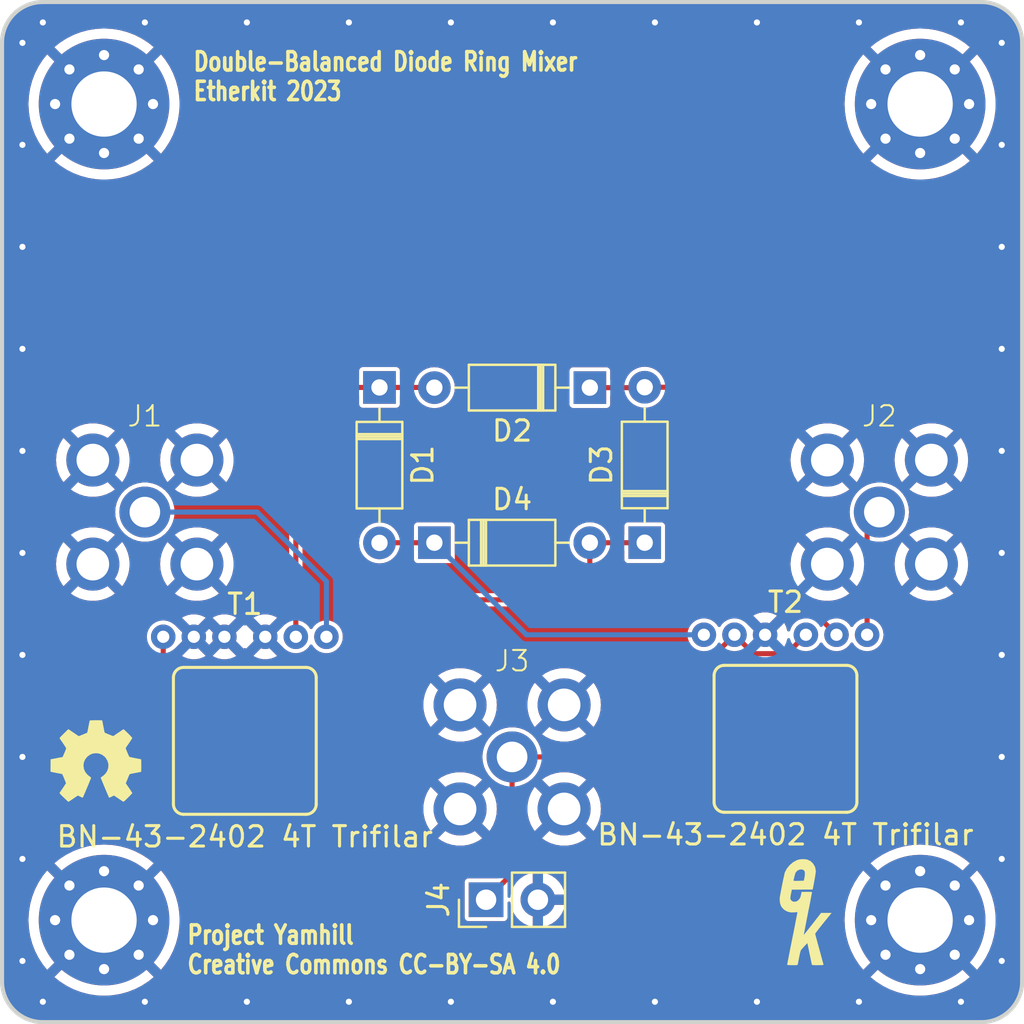
<source format=kicad_pcb>
(kicad_pcb (version 20221018) (generator pcbnew)
  (title_block (title "Project Yamhill") (rev "A") (company "Etherkit"))
  (layers (0 "F.Cu" signal) (31 "B.Cu" signal) (34 "B.Paste" user) (35 "F.Paste" user) (36 "B.SilkS" user "B.Silkscreen") (37 "F.SilkS" user "F.Silkscreen") (38 "B.Mask" user) (39 "F.Mask" user) (44 "Edge.Cuts" user))
  (net 0 "")
  (net 1 "Net-(D1-Pad1)")
  (net 2 "Net-(D1-Pad2)")
  (net 3 "Net-(D2-Pad1)")
  (net 4 "Net-(D3-Pad1)")
  (net 5 "GND")
  (net 6 "Net-(J1-In)")
  (net 7 "Net-(J2-In)")
  (net 8 "Net-(J3-In)")
  (footprint "Diode_THT:D_DO-35_SOD27_P7.62mm_Horizontal" (layer "F.Cu") (at 131.5 76.5 90)
    (fp_text reference "D3" (at 3.81 -2.12 90) (layer "F.SilkS"))
    (fp_text value "1N5711")
    (fp_line (start 1.04 0) (end 1.69 0) (stroke (width 0.12)) (layer "F.SilkS"))
    (fp_line (start 1.69 -1.12) (end 1.69 1.12) (stroke (width 0.12)) (layer "F.SilkS"))
    (fp_line (start 1.69 1.12) (end 5.93 1.12) (stroke (width 0.12)) (layer "F.SilkS"))
    (fp_line (start 2.29 -1.12) (end 2.29 1.12) (stroke (width 0.12)) (layer "F.SilkS"))
    (fp_line (start 2.41 -1.12) (end 2.41 1.12) (stroke (width 0.12)) (layer "F.SilkS"))
    (fp_line (start 2.53 -1.12) (end 2.53 1.12) (stroke (width 0.12)) (layer "F.SilkS"))
    (fp_line (start 5.93 -1.12) (end 1.69 -1.12) (stroke (width 0.12)) (layer "F.SilkS"))
    (fp_line (start 5.93 1.12) (end 5.93 -1.12) (stroke (width 0.12)) (layer "F.SilkS"))
    (fp_line (start 6.58 0) (end 5.93 0) (stroke (width 0.12)) (layer "F.SilkS"))
    (pad "1" thru_hole rect (at 0 0 90) (size 1.6 1.6) (drill 0.8) (layers "*.Cu" "*.Mask") (net 4 "Net-(D3-Pad1)"))
    (pad "2" thru_hole oval (at 7.62 0 90) (size 1.6 1.6) (drill 0.8) (layers "*.Cu" "*.Mask") (net 3 "Net-(D2-Pad1)"))
  )
  (footprint "Diode_THT:D_DO-35_SOD27_P7.62mm_Horizontal" (layer "F.Cu") (at 128.81 68.9 180)
    (fp_text reference "D2" (at 3.81 -2.12) (layer "F.SilkS"))
    (fp_text value "1N5711")
    (fp_line (start 1.04 0) (end 1.69 0) (stroke (width 0.12)) (layer "F.SilkS"))
    (fp_line (start 1.69 -1.12) (end 1.69 1.12) (stroke (width 0.12)) (layer "F.SilkS"))
    (fp_line (start 1.69 1.12) (end 5.93 1.12) (stroke (width 0.12)) (layer "F.SilkS"))
    (fp_line (start 2.29 -1.12) (end 2.29 1.12) (stroke (width 0.12)) (layer "F.SilkS"))
    (fp_line (start 2.41 -1.12) (end 2.41 1.12) (stroke (width 0.12)) (layer "F.SilkS"))
    (fp_line (start 2.53 -1.12) (end 2.53 1.12) (stroke (width 0.12)) (layer "F.SilkS"))
    (fp_line (start 5.93 -1.12) (end 1.69 -1.12) (stroke (width 0.12)) (layer "F.SilkS"))
    (fp_line (start 5.93 1.12) (end 5.93 -1.12) (stroke (width 0.12)) (layer "F.SilkS"))
    (fp_line (start 6.58 0) (end 5.93 0) (stroke (width 0.12)) (layer "F.SilkS"))
    (pad "1" thru_hole rect (at 0 0 180) (size 1.6 1.6) (drill 0.8) (layers "*.Cu" "*.Mask") (net 3 "Net-(D2-Pad1)"))
    (pad "2" thru_hole oval (at 7.62 0 180) (size 1.6 1.6) (drill 0.8) (layers "*.Cu" "*.Mask") (net 1 "Net-(D1-Pad1)"))
  )
  (footprint "EtherkitKicadLibrary:SMA_Jack_Vertical" (layer "F.Cu") (at 107 75)
    (fp_text reference "J1" (at 0 -4.7 unlocked) (layer "F.SilkS") (effects (font (thickness 0.1))))
    (fp_text value "LO" hide)
    (pad "1" thru_hole circle (at 0 0) (size 2.5 2.5) (drill 1.5) (layers "*.Cu" "*.Mask") (net 6 "Net-(J1-In)"))
    (pad "2" thru_hole circle (at -2.55 -2.55) (size 2.6 2.6) (drill 1.6) (layers "*.Cu" "*.Mask") (net 5 "GND"))
    (pad "2" thru_hole circle (at -2.55 2.55) (size 2.6 2.6) (drill 1.6) (layers "*.Cu" "*.Mask") (net 5 "GND"))
    (pad "2" thru_hole circle (at 2.55 -2.55) (size 2.6 2.6) (drill 1.6) (layers "*.Cu" "*.Mask") (net 5 "GND"))
    (pad "2" thru_hole circle (at 2.55 2.55) (size 2.6 2.6) (drill 1.6) (layers "*.Cu" "*.Mask") (net 5 "GND"))
  )
  (footprint "EtherkitKicadLibrary:OSHWLogo4mm" (layer "F.Cu") (at 104.6 87.2)
    (fp_text reference "G***" hide)
    (fp_text value "LOGO" hide)
    (fp_poly (pts (xy -1.34874 1.99898) (xy -1.32588 1.98628) (xy -1.27254 1.95326) (xy -1.19888 1.905) (xy -1.10998 1.84658) (xy -1.02362 1.78562) (xy -0.94996 1.73736) (xy -0.89916 1.70434) (xy -0.87884 1.69418) (xy -0.86614 1.69672) (xy -0.8255 1.71704) (xy -0.76454 1.75006) (xy -0.72898 1.76784) (xy -0.6731 1.7907) (xy -0.64516 1.79578) (xy -0.64008 1.78816) (xy -0.61976 1.74752) (xy -0.58928 1.67386) (xy -0.5461 1.57734) (xy -0.49784 1.46304) (xy -0.44704 1.34112) (xy -0.3937 1.2192) (xy -0.34544 1.09982) (xy -0.30226 0.99314) (xy -0.2667 0.90678) (xy -0.24384 0.84582) (xy -0.23622 0.82042) (xy -0.23876 0.81534) (xy -0.2667 0.7874) (xy -0.31496 0.75184) (xy -0.4191 0.66548) (xy -0.52324 0.53594) (xy -0.58674 0.38862) (xy -0.6096 0.22352) (xy -0.59182 0.07366) (xy -0.53086 -0.07112) (xy -0.42926 -0.2032) (xy -0.3048 -0.29972) (xy -0.16256 -0.36322) (xy 0 -0.38354) (xy 0.15494 -0.36576) (xy 0.30226 -0.30734) (xy 0.43434 -0.20574) (xy 0.49022 -0.14224) (xy 0.56642 -0.01016) (xy 0.6096 0.13208) (xy 0.61468 0.16764) (xy 0.60706 0.32512) (xy 0.56134 0.47498) (xy 0.48006 0.60706) (xy 0.36576 0.71882) (xy 0.35052 0.72898) (xy 0.29718 0.76708) (xy 0.26162 0.79502) (xy 0.23368 0.81788) (xy 0.4318 1.29794) (xy 0.46482 1.37414) (xy 0.51816 1.50368) (xy 0.56642 1.61798) (xy 0.60706 1.70688) (xy 0.63246 1.76784) (xy 0.64516 1.7907) (xy 0.64516 1.79324) (xy 0.66294 1.79578) (xy 0.6985 1.78308) (xy 0.76708 1.75006) (xy 0.81026 1.7272) (xy 0.86106 1.7018) (xy 0.88392 1.69418) (xy 0.90424 1.70434) (xy 0.9525 1.73482) (xy 1.02362 1.78308) (xy 1.10998 1.8415) (xy 1.19126 1.89738) (xy 1.26492 1.94564) (xy 1.3208 1.9812) (xy 1.3462 1.99644) (xy 1.35128 1.99644) (xy 1.37414 1.98374) (xy 1.41732 1.94564) (xy 1.48336 1.88468) (xy 1.5748 1.79324) (xy 1.59004 1.78054) (xy 1.66624 1.7018) (xy 1.7272 1.6383) (xy 1.76784 1.59258) (xy 1.78308 1.56972) (xy 1.77038 1.54432) (xy 1.73482 1.49098) (xy 1.68656 1.41478) (xy 1.6256 1.32588) (xy 1.46558 1.09474) (xy 1.55448 0.8763) (xy 1.57988 0.81026) (xy 1.61544 0.72898) (xy 1.64084 0.6731) (xy 1.65354 0.6477) (xy 1.6764 0.63754) (xy 1.73482 0.62484) (xy 1.82118 0.60706) (xy 1.92532 0.58674) (xy 2.02438 0.56896) (xy 2.11074 0.55118) (xy 2.17678 0.53848) (xy 2.20472 0.5334) (xy 2.21234 0.53086) (xy 2.21742 0.51562) (xy 2.21996 0.48514) (xy 2.2225 0.4318) (xy 2.22504 0.34798) (xy 2.22504 0.22352) (xy 2.22504 0.21082) (xy 2.2225 0.09398) (xy 2.2225 0) (xy 2.21742 -0.05842) (xy 2.21488 -0.08382) (xy 2.18694 -0.0889) (xy 2.12344 -0.10414) (xy 2.03454 -0.11938) (xy 1.9304 -0.1397) (xy 1.92278 -0.14224) (xy 1.81864 -0.16256) (xy 1.72974 -0.18034) (xy 1.66878 -0.19558) (xy 1.64084 -0.2032) (xy 1.63576 -0.21082) (xy 1.61544 -0.25146) (xy 1.58496 -0.3175) (xy 1.5494 -0.39624) (xy 1.51638 -0.48006) (xy 1.4859 -0.55372) (xy 1.46558 -0.6096) (xy 1.4605 -0.635) (xy 1.47574 -0.6604) (xy 1.5113 -0.71374) (xy 1.5621 -0.78994) (xy 1.6256 -0.87884) (xy 1.62814 -0.88646) (xy 1.6891 -0.97536) (xy 1.7399 -1.05156) (xy 1.77038 -1.1049) (xy 1.78308 -1.12776) (xy 1.78308 -1.1303) (xy 1.76276 -1.1557) (xy 1.71704 -1.2065) (xy 1.65354 -1.27508) (xy 1.5748 -1.35382) (xy 1.5494 -1.37922) (xy 1.46304 -1.46304) (xy 1.40462 -1.51892) (xy 1.36652 -1.54686) (xy 1.34874 -1.55448) (xy 1.3208 -1.5367) (xy 1.26492 -1.50114) (xy 1.18872 -1.4478) (xy 1.09728 -1.38684) (xy 1.0922 -1.3843) (xy 1.0033 -1.32334) (xy 0.92964 -1.27254) (xy 0.8763 -1.23698) (xy 0.85344 -1.22428) (xy 0.84836 -1.22428) (xy 0.8128 -1.23444) (xy 0.7493 -1.2573) (xy 0.6731 -1.28778) (xy 0.58928 -1.3208) (xy 0.51562 -1.35128) (xy 0.45974 -1.37668) (xy 0.4318 -1.39192) (xy 0.4318 -1.39446) (xy 0.42164 -1.42494) (xy 0.4064 -1.49098) (xy 0.38862 -1.58242) (xy 0.3683 -1.69164) (xy 0.36322 -1.70942) (xy 0.3429 -1.8161) (xy 0.32766 -1.90246) (xy 0.31496 -1.96342) (xy 0.30734 -1.98882) (xy 0.2921 -1.99136) (xy 0.2413 -1.99644) (xy 0.16256 -1.99898) (xy 0.06604 -1.99898) (xy -0.03302 -1.99898) (xy -0.13208 -1.99644) (xy -0.2159 -1.9939) (xy -0.27432 -1.98882) (xy -0.29972 -1.98374) (xy -0.30226 -1.98374) (xy -0.30988 -1.95072) (xy -0.32512 -1.88468) (xy -0.3429 -1.7907) (xy -0.36576 -1.68148) (xy -0.3683 -1.6637) (xy -0.38862 -1.55702) (xy -0.4064 -1.47066) (xy -0.4191 -1.4097) (xy -0.42672 -1.38684) (xy -0.43434 -1.38176) (xy -0.48006 -1.36398) (xy -0.55118 -1.3335) (xy -0.63754 -1.29794) (xy -0.84074 -1.21666) (xy -1.0922 -1.38684) (xy -1.11506 -1.40208) (xy -1.20396 -1.46304) (xy -1.27762 -1.51384) (xy -1.32842 -1.54686) (xy -1.35128 -1.55702) (xy -1.37668 -1.53416) (xy -1.42748 -1.48844) (xy -1.49352 -1.4224) (xy -1.57226 -1.34366) (xy -1.63068 -1.28778) (xy -1.69926 -1.21666) (xy -1.74498 -1.1684) (xy -1.76784 -1.13792) (xy -1.77546 -1.12014) (xy -1.77292 -1.10744) (xy -1.75768 -1.08204) (xy -1.72212 -1.0287) (xy -1.66878 -0.9525) (xy -1.60782 -0.8636) (xy -1.55956 -0.78994) (xy -1.50368 -0.70612) (xy -1.46812 -0.64516) (xy -1.45796 -0.61722) (xy -1.4605 -0.60452) (xy -1.47828 -0.55626) (xy -1.50622 -0.4826) (xy -1.54432 -0.3937) (xy -1.63068 -0.19558) (xy -1.76022 -0.17018) (xy -1.83896 -0.15748) (xy -1.95072 -0.13462) (xy -2.05486 -0.1143) (xy -2.21996 -0.08382) (xy -2.22504 0.51816) (xy -2.19964 0.52832) (xy -2.17424 0.53594) (xy -2.11328 0.54864) (xy -2.02692 0.56642) (xy -1.92532 0.58674) (xy -1.83896 0.60198) (xy -1.75006 0.61976) (xy -1.68656 0.63246) (xy -1.65862 0.63754) (xy -1.651 0.6477) (xy -1.63068 0.68834) (xy -1.59766 0.75692) (xy -1.56464 0.8382) (xy -1.52908 0.92202) (xy -1.4986 1.00076) (xy -1.47574 1.05918) (xy -1.46812 1.0922) (xy -1.48082 1.11506) (xy -1.51384 1.16586) (xy -1.5621 1.23952) (xy -1.62052 1.32588) (xy -1.68148 1.41478) (xy -1.73228 1.48844) (xy -1.7653 1.54178) (xy -1.78054 1.56718) (xy -1.77292 1.58496) (xy -1.7399 1.6256) (xy -1.67386 1.69418) (xy -1.5748 1.7907) (xy -1.55956 1.80594) (xy -1.48082 1.88214) (xy -1.41478 1.9431) (xy -1.36906 1.98374) (xy -1.34874 1.99898)) (stroke (width 0.00254)) (fill solid) (layer "F.SilkS"))
  )
  (footprint "MountingHole:MountingHole_3.2mm_M3_Pad_Via" (layer "F.Cu") (at 105 55)
    (fp_text reference "H1" hide)
    (fp_text value "MountingHole_Pad" hide)
    (pad "1" thru_hole circle (at -2.4 0) (size 0.8 0.8) (drill 0.5) (layers "*.Cu" "*.Mask") (net 5 "GND"))
    (pad "1" thru_hole circle (at -1.697056 -1.697056) (size 0.8 0.8) (drill 0.5) (layers "*.Cu" "*.Mask") (net 5 "GND"))
    (pad "1" thru_hole circle (at -1.697056 1.697056) (size 0.8 0.8) (drill 0.5) (layers "*.Cu" "*.Mask") (net 5 "GND"))
    (pad "1" thru_hole circle (at 0 -2.4) (size 0.8 0.8) (drill 0.5) (layers "*.Cu" "*.Mask") (net 5 "GND"))
    (pad "1" thru_hole circle (at 0 0) (size 6.4 6.4) (drill 3.2) (layers "*.Cu" "*.Mask") (net 5 "GND"))
    (pad "1" thru_hole circle (at 0 2.4) (size 0.8 0.8) (drill 0.5) (layers "*.Cu" "*.Mask") (net 5 "GND"))
    (pad "1" thru_hole circle (at 1.697056 -1.697056) (size 0.8 0.8) (drill 0.5) (layers "*.Cu" "*.Mask") (net 5 "GND"))
    (pad "1" thru_hole circle (at 1.697056 1.697056) (size 0.8 0.8) (drill 0.5) (layers "*.Cu" "*.Mask") (net 5 "GND"))
    (pad "1" thru_hole circle (at 2.4 0) (size 0.8 0.8) (drill 0.5) (layers "*.Cu" "*.Mask") (net 5 "GND"))
  )
  (footprint "Diode_THT:D_DO-35_SOD27_P7.62mm_Horizontal" (layer "F.Cu") (at 121.19 76.5)
    (fp_text reference "D4" (at 3.81 -2.12) (layer "F.SilkS"))
    (fp_text value "1N5711")
    (fp_line (start 1.04 0) (end 1.69 0) (stroke (width 0.12)) (layer "F.SilkS"))
    (fp_line (start 1.69 -1.12) (end 1.69 1.12) (stroke (width 0.12)) (layer "F.SilkS"))
    (fp_line (start 1.69 1.12) (end 5.93 1.12) (stroke (width 0.12)) (layer "F.SilkS"))
    (fp_line (start 2.29 -1.12) (end 2.29 1.12) (stroke (width 0.12)) (layer "F.SilkS"))
    (fp_line (start 2.41 -1.12) (end 2.41 1.12) (stroke (width 0.12)) (layer "F.SilkS"))
    (fp_line (start 2.53 -1.12) (end 2.53 1.12) (stroke (width 0.12)) (layer "F.SilkS"))
    (fp_line (start 5.93 -1.12) (end 1.69 -1.12) (stroke (width 0.12)) (layer "F.SilkS"))
    (fp_line (start 5.93 1.12) (end 5.93 -1.12) (stroke (width 0.12)) (layer "F.SilkS"))
    (fp_line (start 6.58 0) (end 5.93 0) (stroke (width 0.12)) (layer "F.SilkS"))
    (pad "1" thru_hole rect (at 0 0) (size 1.6 1.6) (drill 0.8) (layers "*.Cu" "*.Mask") (net 2 "Net-(D1-Pad2)"))
    (pad "2" thru_hole oval (at 7.62 0) (size 1.6 1.6) (drill 0.8) (layers "*.Cu" "*.Mask") (net 4 "Net-(D3-Pad1)"))
  )
  (footprint "MountingHole:MountingHole_3.2mm_M3_Pad_Via" (layer "F.Cu") (at 145 55)
    (fp_text reference "H2" hide)
    (fp_text value "MountingHole_Pad" hide)
    (pad "1" thru_hole circle (at -2.4 0) (size 0.8 0.8) (drill 0.5) (layers "*.Cu" "*.Mask") (net 5 "GND"))
    (pad "1" thru_hole circle (at -1.697056 -1.697056) (size 0.8 0.8) (drill 0.5) (layers "*.Cu" "*.Mask") (net 5 "GND"))
    (pad "1" thru_hole circle (at -1.697056 1.697056) (size 0.8 0.8) (drill 0.5) (layers "*.Cu" "*.Mask") (net 5 "GND"))
    (pad "1" thru_hole circle (at 0 -2.4) (size 0.8 0.8) (drill 0.5) (layers "*.Cu" "*.Mask") (net 5 "GND"))
    (pad "1" thru_hole circle (at 0 0) (size 6.4 6.4) (drill 3.2) (layers "*.Cu" "*.Mask") (net 5 "GND"))
    (pad "1" thru_hole circle (at 0 2.4) (size 0.8 0.8) (drill 0.5) (layers "*.Cu" "*.Mask") (net 5 "GND"))
    (pad "1" thru_hole circle (at 1.697056 -1.697056) (size 0.8 0.8) (drill 0.5) (layers "*.Cu" "*.Mask") (net 5 "GND"))
    (pad "1" thru_hole circle (at 1.697056 1.697056) (size 0.8 0.8) (drill 0.5) (layers "*.Cu" "*.Mask") (net 5 "GND"))
    (pad "1" thru_hole circle (at 2.4 0) (size 0.8 0.8) (drill 0.5) (layers "*.Cu" "*.Mask") (net 5 "GND"))
  )
  (footprint "EtherkitKicadLibrary:SMA_Jack_Vertical" (layer "F.Cu") (at 143 75)
    (fp_text reference "J2" (at 0 -4.7 unlocked) (layer "F.SilkS") (effects (font (thickness 0.1))))
    (fp_text value "RF" hide)
    (pad "1" thru_hole circle (at 0 0) (size 2.5 2.5) (drill 1.5) (layers "*.Cu" "*.Mask") (net 7 "Net-(J2-In)"))
    (pad "2" thru_hole circle (at -2.55 -2.55) (size 2.6 2.6) (drill 1.6) (layers "*.Cu" "*.Mask") (net 5 "GND"))
    (pad "2" thru_hole circle (at -2.55 2.55) (size 2.6 2.6) (drill 1.6) (layers "*.Cu" "*.Mask") (net 5 "GND"))
    (pad "2" thru_hole circle (at 2.55 -2.55) (size 2.6 2.6) (drill 1.6) (layers "*.Cu" "*.Mask") (net 5 "GND"))
    (pad "2" thru_hole circle (at 2.55 2.55) (size 2.6 2.6) (drill 1.6) (layers "*.Cu" "*.Mask") (net 5 "GND"))
  )
  (footprint "MountingHole:MountingHole_3.2mm_M3_Pad_Via" (layer "F.Cu") (at 145 95)
    (fp_text reference "H4" hide)
    (fp_text value "MountingHole_Pad" hide)
    (pad "1" thru_hole circle (at -2.4 0) (size 0.8 0.8) (drill 0.5) (layers "*.Cu" "*.Mask") (net 5 "GND"))
    (pad "1" thru_hole circle (at -1.697056 -1.697056) (size 0.8 0.8) (drill 0.5) (layers "*.Cu" "*.Mask") (net 5 "GND"))
    (pad "1" thru_hole circle (at -1.697056 1.697056) (size 0.8 0.8) (drill 0.5) (layers "*.Cu" "*.Mask") (net 5 "GND"))
    (pad "1" thru_hole circle (at 0 -2.4) (size 0.8 0.8) (drill 0.5) (layers "*.Cu" "*.Mask") (net 5 "GND"))
    (pad "1" thru_hole circle (at 0 0) (size 6.4 6.4) (drill 3.2) (layers "*.Cu" "*.Mask") (net 5 "GND"))
    (pad "1" thru_hole circle (at 0 2.4) (size 0.8 0.8) (drill 0.5) (layers "*.Cu" "*.Mask") (net 5 "GND"))
    (pad "1" thru_hole circle (at 1.697056 -1.697056) (size 0.8 0.8) (drill 0.5) (layers "*.Cu" "*.Mask") (net 5 "GND"))
    (pad "1" thru_hole circle (at 1.697056 1.697056) (size 0.8 0.8) (drill 0.5) (layers "*.Cu" "*.Mask") (net 5 "GND"))
    (pad "1" thru_hole circle (at 2.4 0) (size 0.8 0.8) (drill 0.5) (layers "*.Cu" "*.Mask") (net 5 "GND"))
  )
  (footprint "MountingHole:MountingHole_3.2mm_M3_Pad_Via" (layer "F.Cu") (at 105 95)
    (fp_text reference "H3" hide)
    (fp_text value "MountingHole_Pad" hide)
    (pad "1" thru_hole circle (at -2.4 0) (size 0.8 0.8) (drill 0.5) (layers "*.Cu" "*.Mask") (net 5 "GND"))
    (pad "1" thru_hole circle (at -1.697056 -1.697056) (size 0.8 0.8) (drill 0.5) (layers "*.Cu" "*.Mask") (net 5 "GND"))
    (pad "1" thru_hole circle (at -1.697056 1.697056) (size 0.8 0.8) (drill 0.5) (layers "*.Cu" "*.Mask") (net 5 "GND"))
    (pad "1" thru_hole circle (at 0 -2.4) (size 0.8 0.8) (drill 0.5) (layers "*.Cu" "*.Mask") (net 5 "GND"))
    (pad "1" thru_hole circle (at 0 0) (size 6.4 6.4) (drill 3.2) (layers "*.Cu" "*.Mask") (net 5 "GND"))
    (pad "1" thru_hole circle (at 0 2.4) (size 0.8 0.8) (drill 0.5) (layers "*.Cu" "*.Mask") (net 5 "GND"))
    (pad "1" thru_hole circle (at 1.697056 -1.697056) (size 0.8 0.8) (drill 0.5) (layers "*.Cu" "*.Mask") (net 5 "GND"))
    (pad "1" thru_hole circle (at 1.697056 1.697056) (size 0.8 0.8) (drill 0.5) (layers "*.Cu" "*.Mask") (net 5 "GND"))
    (pad "1" thru_hole circle (at 2.4 0) (size 0.8 0.8) (drill 0.5) (layers "*.Cu" "*.Mask") (net 5 "GND"))
  )
  (footprint "EtherkitKicadLibrary:BN2402_TRIFILAR" (layer "F.Cu") (at 111.9 81.1125 180)
    (fp_text reference "T1" (at 0 1.6) (layer "F.SilkS"))
    (fp_text value "BN-43-2402 4T Trifilar" (at 0 -9.8) (layer "F.SilkS"))
    (fp_line (start -3.5 -2) (end -3.5 -8.2) (stroke (width 0.15)) (layer "F.SilkS"))
    (fp_line (start -3 -1.5) (end 3 -1.5) (stroke (width 0.15)) (layer "F.SilkS"))
    (fp_line (start 3 -8.7) (end -3 -8.7) (stroke (width 0.15)) (layer "F.SilkS"))
    (fp_line (start 3.5 -2) (end 3.5 -8.2) (stroke (width 0.15)) (layer "F.SilkS"))
    (fp_arc (start -3.5 -8.2) (mid -3.353553 -8.553553) (end -3 -8.7) (stroke (width 0.15)) (layer "F.SilkS"))
    (fp_arc (start -3 -1.5) (mid -3.353553 -1.646447) (end -3.5 -2) (stroke (width 0.15)) (layer "F.SilkS"))
    (fp_arc (start 3 -8.7) (mid 3.353553 -8.553553) (end 3.5 -8.2) (stroke (width 0.15)) (layer "F.SilkS"))
    (fp_arc (start 3.5 -2) (mid 3.353553 -1.646447) (end 3 -1.5) (stroke (width 0.15)) (layer "F.SilkS"))
    (pad "1" thru_hole circle (at -4 0 180) (size 1.2 1.2) (drill 0.6) (layers "*.Cu" "*.Mask") (net 6 "Net-(J1-In)"))
    (pad "2" thru_hole circle (at 1 0 180) (size 1.2 1.2) (drill 0.6) (layers "*.Cu" "*.Mask") (net 5 "GND"))
    (pad "3" thru_hole circle (at -2.5 0 180) (size 1.2 1.2) (drill 0.6) (layers "*.Cu" "*.Mask") (net 1 "Net-(D1-Pad1)"))
    (pad "4" thru_hole circle (at 2.5 0 180) (size 1.2 1.2) (drill 0.6) (layers "*.Cu" "*.Mask") (net 5 "GND"))
    (pad "5" thru_hole circle (at -1 0 180) (size 1.2 1.2) (drill 0.6) (layers "*.Cu" "*.Mask") (net 5 "GND"))
    (pad "6" thru_hole circle (at 4 0 180) (size 1.2 1.2) (drill 0.6) (layers "*.Cu" "*.Mask") (net 4 "Net-(D3-Pad1)"))
  )
  (footprint "Diode_THT:D_DO-35_SOD27_P7.62mm_Horizontal" (layer "F.Cu") (at 118.5 68.89 -90)
    (fp_text reference "D1" (at 3.81 -2.12 90) (layer "F.SilkS"))
    (fp_text value "1N5711")
    (fp_line (start 1.04 0) (end 1.69 0) (stroke (width 0.12)) (layer "F.SilkS"))
    (fp_line (start 1.69 -1.12) (end 1.69 1.12) (stroke (width 0.12)) (layer "F.SilkS"))
    (fp_line (start 1.69 1.12) (end 5.93 1.12) (stroke (width 0.12)) (layer "F.SilkS"))
    (fp_line (start 2.29 -1.12) (end 2.29 1.12) (stroke (width 0.12)) (layer "F.SilkS"))
    (fp_line (start 2.41 -1.12) (end 2.41 1.12) (stroke (width 0.12)) (layer "F.SilkS"))
    (fp_line (start 2.53 -1.12) (end 2.53 1.12) (stroke (width 0.12)) (layer "F.SilkS"))
    (fp_line (start 5.93 -1.12) (end 1.69 -1.12) (stroke (width 0.12)) (layer "F.SilkS"))
    (fp_line (start 5.93 1.12) (end 5.93 -1.12) (stroke (width 0.12)) (layer "F.SilkS"))
    (fp_line (start 6.58 0) (end 5.93 0) (stroke (width 0.12)) (layer "F.SilkS"))
    (pad "1" thru_hole rect (at 0 0 270) (size 1.6 1.6) (drill 0.8) (layers "*.Cu" "*.Mask") (net 1 "Net-(D1-Pad1)"))
    (pad "2" thru_hole oval (at 7.62 0 270) (size 1.6 1.6) (drill 0.8) (layers "*.Cu" "*.Mask") (net 2 "Net-(D1-Pad2)"))
  )
  (footprint "Connector_PinHeader_2.54mm:PinHeader_1x02_P2.54mm_Vertical" (layer "F.Cu") (at 123.725 94 90)
    (fp_text reference "J4" (at 0 -2.33 90) (layer "F.SilkS"))
    (fp_text value "IF")
    (fp_line (start -1.33 -1.33) (end 0 -1.33) (stroke (width 0.12)) (layer "F.SilkS"))
    (fp_line (start -1.33 0) (end -1.33 -1.33) (stroke (width 0.12)) (layer "F.SilkS"))
    (fp_line (start -1.33 1.27) (end -1.33 3.87) (stroke (width 0.12)) (layer "F.SilkS"))
    (fp_line (start -1.33 1.27) (end 1.33 1.27) (stroke (width 0.12)) (layer "F.SilkS"))
    (fp_line (start -1.33 3.87) (end 1.33 3.87) (stroke (width 0.12)) (layer "F.SilkS"))
    (fp_line (start 1.33 1.27) (end 1.33 3.87) (stroke (width 0.12)) (layer "F.SilkS"))
    (pad "1" thru_hole rect (at 0 0 90) (size 1.7 1.7) (drill 1) (layers "*.Cu" "*.Mask") (net 8 "Net-(J3-In)"))
    (pad "2" thru_hole oval (at 0 2.54 90) (size 1.7 1.7) (drill 1) (layers "*.Cu" "*.Mask") (net 5 "GND"))
  )
  (footprint "EtherkitKicadLibrary:BN2402_TRIFILAR" (layer "F.Cu") (at 138.4 81.0125 180)
    (fp_text reference "T2" (at 0 1.6) (layer "F.SilkS"))
    (fp_text value "BN-43-2402 4T Trifilar" (at 0 -9.8) (layer "F.SilkS"))
    (fp_line (start -3.5 -2) (end -3.5 -8.2) (stroke (width 0.15)) (layer "F.SilkS"))
    (fp_line (start -3 -1.5) (end 3 -1.5) (stroke (width 0.15)) (layer "F.SilkS"))
    (fp_line (start 3 -8.7) (end -3 -8.7) (stroke (width 0.15)) (layer "F.SilkS"))
    (fp_line (start 3.5 -2) (end 3.5 -8.2) (stroke (width 0.15)) (layer "F.SilkS"))
    (fp_arc (start -3.5 -8.2) (mid -3.353553 -8.553553) (end -3 -8.7) (stroke (width 0.15)) (layer "F.SilkS"))
    (fp_arc (start -3 -1.5) (mid -3.353553 -1.646447) (end -3.5 -2) (stroke (width 0.15)) (layer "F.SilkS"))
    (fp_arc (start 3 -8.7) (mid 3.353553 -8.553553) (end 3.5 -8.2) (stroke (width 0.15)) (layer "F.SilkS"))
    (fp_arc (start 3.5 -2) (mid 3.353553 -1.646447) (end 3 -1.5) (stroke (width 0.15)) (layer "F.SilkS"))
    (pad "1" thru_hole circle (at -4 0 180) (size 1.2 1.2) (drill 0.6) (layers "*.Cu" "*.Mask") (net 7 "Net-(J2-In)"))
    (pad "2" thru_hole circle (at 1 0 180) (size 1.2 1.2) (drill 0.6) (layers "*.Cu" "*.Mask") (net 5 "GND"))
    (pad "3" thru_hole circle (at -2.5 0 180) (size 1.2 1.2) (drill 0.6) (layers "*.Cu" "*.Mask") (net 3 "Net-(D2-Pad1)"))
    (pad "4" thru_hole circle (at 2.5 0 180) (size 1.2 1.2) (drill 0.6) (layers "*.Cu" "*.Mask") (net 8 "Net-(J3-In)"))
    (pad "5" thru_hole circle (at -1 0 180) (size 1.2 1.2) (drill 0.6) (layers "*.Cu" "*.Mask") (net 8 "Net-(J3-In)"))
    (pad "6" thru_hole circle (at 4 0 180) (size 1.2 1.2) (drill 0.6) (layers "*.Cu" "*.Mask") (net 2 "Net-(D1-Pad2)"))
  )
  (footprint "EtherkitKicadLibrary:SMA_Jack_Vertical" (layer "F.Cu") (at 125 87)
    (fp_text reference "J3" (at 0 -4.7 unlocked) (layer "F.SilkS") (effects (font (thickness 0.1))))
    (fp_text value "IF" hide)
    (pad "1" thru_hole circle (at 0 0) (size 2.5 2.5) (drill 1.5) (layers "*.Cu" "*.Mask") (net 8 "Net-(J3-In)"))
    (pad "2" thru_hole circle (at -2.55 -2.55) (size 2.6 2.6) (drill 1.6) (layers "*.Cu" "*.Mask") (net 5 "GND"))
    (pad "2" thru_hole circle (at -2.55 2.55) (size 2.6 2.6) (drill 1.6) (layers "*.Cu" "*.Mask") (net 5 "GND"))
    (pad "2" thru_hole circle (at 2.55 -2.55) (size 2.6 2.6) (drill 1.6) (layers "*.Cu" "*.Mask") (net 5 "GND"))
    (pad "2" thru_hole circle (at 2.55 2.55) (size 2.6 2.6) (drill 1.6) (layers "*.Cu" "*.Mask") (net 5 "GND"))
  )
  (footprint "EtherkitKicadLibrary:EtherkitLogoSmall" (layer "F.Cu") (at 139.4 94.6)
    (fp_text reference "Ref**" hide)
    (fp_text value "Val**" hide)
    (fp_poly (pts (xy 0.58166 2.60604) (xy 0.6223 2.60604) (xy 0.7493 2.6035) (xy 0.83312 2.59842) (xy 0.8636 2.5908) (xy 0.85852 2.57048) (xy 0.84074 2.49936) (xy 0.80772 2.37998) (xy 0.76708 2.22504) (xy 0.71628 2.03962) (xy 0.61722 1.67894) (xy 0.56388 1.48844) (xy 0.5207 1.3208) (xy 0.48514 1.19126) (xy 0.46228 1.10236) (xy 0.45466 1.0668) (xy 0.45466 1.06426) (xy 0.4826 1.02362) (xy 0.54102 0.94234) (xy 0.62738 0.83058) (xy 0.73406 0.69596) (xy 0.85598 0.54356) (xy 1.2573 0.04826) (xy 0.74422 0.04826) (xy 0.32258 0.58928) (xy 0.2667 0.65786) (xy 0.14986 0.80772) (xy 0.04826 0.93726) (xy -0.03302 1.03886) (xy -0.08382 1.10236) (xy -0.10414 1.12522) (xy -0.1016 1.10998) (xy -0.0889 1.03886) (xy -0.06604 0.91948) (xy -0.03556 0.75946) (xy 0.00254 0.56134) (xy 0.04572 0.33782) (xy 0.09398 0.09398) (xy 0.127 -0.07874) (xy 0.17526 -0.31242) (xy 0.2159 -0.5207) (xy 0.24892 -0.6985) (xy 0.27432 -0.83566) (xy 0.2921 -0.92456) (xy 0.29718 -0.96266) (xy 0.29718 -0.97028) (xy 0.28448 -0.98044) (xy 0.24638 -0.98552) (xy 0.17018 -0.98552) (xy 0.04318 -0.98552) (xy -0.21082 -0.98044) (xy -0.23622 -0.85598) (xy -0.26416 -0.73914) (xy -0.3048 -0.65532) (xy -0.36322 -0.58674) (xy -0.40386 -0.55118) (xy -0.47498 -0.51308) (xy -0.56388 -0.50292) (xy -0.56896 -0.50292) (xy -0.64008 -0.51308) (xy -0.6985 -0.55118) (xy -0.70866 -0.56134) (xy -0.74676 -0.6096) (xy -0.762 -0.66802) (xy -0.75438 -0.75946) (xy -0.73152 -0.89408) (xy -0.7112 -0.98552) (xy -0.69596 -1.06172) (xy -0.69088 -1.0922) (xy -0.67564 -1.09474) (xy -0.6096 -1.09474) (xy -0.53594 -1.09728) (xy -0.53594 -1.524) (xy -0.58674 -1.52908) (xy -0.60452 -1.5367) (xy -0.60706 -1.5494) (xy -0.60198 -1.56464) (xy -0.58674 -1.63068) (xy -0.56642 -1.72466) (xy -0.55626 -1.7653) (xy -0.52832 -1.86436) (xy -0.50038 -1.93294) (xy -0.49276 -1.94564) (xy -0.42164 -2.02438) (xy -0.32512 -2.07264) (xy -0.22098 -2.08788) (xy -0.13208 -2.06756) (xy -0.06858 -2.0066) (xy -0.06604 -2.00152) (xy -0.04826 -1.91262) (xy -0.05334 -1.78816) (xy -0.0762 -1.64846) (xy -0.10414 -1.53162) (xy -0.35814 -1.52654) (xy -0.44196 -1.524) (xy -0.53594 -1.524) (xy -0.53594 -1.09728) (xy -0.49784 -1.09728) (xy -0.35306 -1.09728) (xy -0.18034 -1.09982) (xy 0.32766 -1.09982) (xy 0.33782 -1.13538) (xy 0.34036 -1.143) (xy 0.36322 -1.24968) (xy 0.38862 -1.38938) (xy 0.41656 -1.54178) (xy 0.4445 -1.69418) (xy 0.46482 -1.8288) (xy 0.48006 -1.93548) (xy 0.48768 -1.9939) (xy 0.48514 -2.02438) (xy 0.44958 -2.20472) (xy 0.36068 -2.3622) (xy 0.23368 -2.4892) (xy 0.07366 -2.5654) (xy 0.05588 -2.57048) (xy -0.0635 -2.58826) (xy -0.2032 -2.58826) (xy -0.32766 -2.57302) (xy -0.44704 -2.53746) (xy -0.62992 -2.43586) (xy -0.79756 -2.29362) (xy -0.93472 -2.12598) (xy -1.0287 -1.94564) (xy -1.03632 -1.92278) (xy -1.05664 -1.83388) (xy -1.08458 -1.70434) (xy -1.12014 -1.54686) (xy -1.1557 -1.3716) (xy -1.19126 -1.19126) (xy -1.22428 -1.01854) (xy -1.25222 -0.86868) (xy -1.27254 -0.75184) (xy -1.2827 -0.68072) (xy -1.2827 -0.57912) (xy -1.26238 -0.41402) (xy -1.21158 -0.27686) (xy -1.19126 -0.24384) (xy -1.07442 -0.1143) (xy -0.91694 -0.02286) (xy -0.73406 0.02286) (xy -0.53848 0.01778) (xy -0.51562 0.01524) (xy -0.4445 0.00508) (xy -0.41402 0.00508) (xy -0.41402 0.0127) (xy -0.42418 0.07366) (xy -0.44704 0.18542) (xy -0.47752 0.34036) (xy -0.51562 0.53848) (xy -0.5588 0.76708) (xy -0.6096 1.02108) (xy -0.69342 1.43764) (xy -0.74676 1.7018) (xy -0.79502 1.94564) (xy -0.83566 2.159) (xy -0.87122 2.33934) (xy -0.89662 2.47396) (xy -0.91186 2.56286) (xy -0.9144 2.59334) (xy -0.91186 2.59588) (xy -0.86614 2.60096) (xy -0.77724 2.6035) (xy -0.65786 2.60604) (xy -0.55372 2.60604) (xy -0.4699 2.6035) (xy -0.42672 2.59842) (xy -0.4064 2.58826) (xy -0.40132 2.57048) (xy -0.39624 2.54508) (xy -0.37846 2.46634) (xy -0.35814 2.35204) (xy -0.3302 2.21488) (xy -0.32258 2.17424) (xy -0.28702 2.01168) (xy -0.25908 1.91008) (xy -0.23876 1.86182) (xy -0.2286 1.85166) (xy -0.1524 1.7653) (xy -0.07366 1.6764) (xy 0 1.6002) (xy 0.0508 1.54686) (xy 0.07112 1.52654) (xy 0.0762 1.54178) (xy 0.09144 1.60782) (xy 0.1143 1.71958) (xy 0.14478 1.86436) (xy 0.1778 2.032) (xy 0.2032 2.14884) (xy 0.23622 2.30632) (xy 0.26162 2.4384) (xy 0.28194 2.52984) (xy 0.28956 2.57048) (xy 0.2921 2.57302) (xy 0.29718 2.58826) (xy 0.3175 2.59842) (xy 0.36322 2.6035) (xy 0.44704 2.60604) (xy 0.58166 2.60604)) (stroke (width 0.00254)) (fill solid) (layer "F.SilkS"))
  )
  (gr_line (start 148 100) (end 102 100) (stroke (width 0.2)) (layer "Edge.Cuts"))
  (gr_arc (start 102 100) (mid 100.585786 99.414214) (end 100 98) (stroke (width 0.2)) (layer "Edge.Cuts"))
  (gr_arc (start 148 50) (mid 149.414214 50.585786) (end 150 52) (stroke (width 0.2)) (layer "Edge.Cuts"))
  (gr_arc (start 100 52) (mid 100.585786 50.585786) (end 102 50) (stroke (width 0.2)) (layer "Edge.Cuts"))
  (gr_line (start 100 98) (end 100 52) (stroke (width 0.2)) (layer "Edge.Cuts"))
  (gr_line (start 102 50) (end 148 50) (stroke (width 0.2)) (layer "Edge.Cuts"))
  (gr_arc (start 150 98) (mid 149.414214 99.414214) (end 148 100) (stroke (width 0.2)) (layer "Edge.Cuts"))
  (gr_line (start 150 52) (end 150 98) (stroke (width 0.2)) (layer "Edge.Cuts"))
  (gr_text "Rev A" (at 142.9 88.8) (layer "F.Cu" knockout) (effects (font (size 1.2 1) (thickness 0.25) bold) (justify left bottom)))
  (gr_text "Project Yamhill\nCreative Commons CC-BY-SA 4.0" (at 109 97.7) (layer "F.SilkS") (effects (font (size 0.9 0.7) (thickness 0.175) bold) (justify left bottom)))
  (gr_text "Double-Balanced Diode Ring Mixer\nEtherkit 2023" (at 109.3 54.9) (layer "F.SilkS") (effects (font (size 0.9 0.7) (thickness 0.175) bold) (justify left bottom)))
  (segment (start 114.4 71) (end 116.51 68.89) (width 0.25) (layer "F.Cu") (net 1))
  (segment (start 118.5 68.89) (end 121.18 68.89) (width 0.25) (layer "F.Cu") (net 1))
  (segment (start 121.18 68.89) (end 121.19 68.9) (width 0.25) (layer "F.Cu") (net 1))
  (segment (start 116.51 68.89) (end 118.5 68.89) (width 0.25) (layer "F.Cu") (net 1))
  (segment (start 114.4 81.1125) (end 114.4 71) (width 0.25) (layer "F.Cu") (net 1))
  (segment (start 118.51 76.5) (end 118.5 76.51) (width 0.25) (layer "F.Cu") (net 2))
  (segment (start 121.19 76.5) (end 118.51 76.5) (width 0.25) (layer "F.Cu") (net 2))
  (segment (start 125.7025 81.0125) (end 121.19 76.5) (width 0.25) (layer "B.Cu") (net 2))
  (segment (start 134.4 81.0125) (end 125.7025 81.0125) (width 0.25) (layer "B.Cu") (net 2))
  (segment (start 134.4 69.8) (end 133.48 68.88) (width 0.25) (layer "F.Cu") (net 3))
  (segment (start 133.48 68.88) (end 131.5 68.88) (width 0.25) (layer "F.Cu") (net 3))
  (segment (start 128.81 68.9) (end 131.48 68.9) (width 0.25) (layer "F.Cu") (net 3))
  (segment (start 131.48 68.9) (end 131.5 68.88) (width 0.25) (layer "F.Cu") (net 3))
  (segment (start 140.9 81.0125) (end 134.4 74.5125) (width 0.25) (layer "F.Cu") (net 3))
  (segment (start 134.4 74.5125) (end 134.4 69.8) (width 0.25) (layer "F.Cu") (net 3))
  (segment (start 107.9 82.1) (end 108.8 83) (width 0.25) (layer "F.Cu") (net 4))
  (segment (start 127.2 79.3) (end 128.81 77.69) (width 0.25) (layer "F.Cu") (net 4))
  (segment (start 108.8 83) (end 108.975 82.825) (width 0.25) (layer "F.Cu") (net 4))
  (segment (start 119.375 82.825) (end 122.9 79.3) (width 0.25) (layer "F.Cu") (net 4))
  (segment (start 131.5 76.5) (end 128.81 76.5) (width 0.25) (layer "F.Cu") (net 4))
  (segment (start 107.9 81.1125) (end 107.9 82.1) (width 0.25) (layer "F.Cu") (net 4))
  (segment (start 128.81 77.69) (end 128.81 76.5) (width 0.25) (layer "F.Cu") (net 4))
  (segment (start 108.975 82.825) (end 119.375 82.825) (width 0.25) (layer "F.Cu") (net 4))
  (segment (start 122.9 79.3) (end 127.2 79.3) (width 0.25) (layer "F.Cu") (net 4))
  (via (at 122 51) (size 0.6) (drill 0.3) (layers "F.Cu" "B.Cu") (net 5))
  (via (at 101 82) (size 0.6) (drill 0.3) (layers "F.Cu" "B.Cu") (net 5))
  (via (at 149 82) (size 0.6) (drill 0.3) (layers "F.Cu" "B.Cu") (net 5))
  (via (at 149 97) (size 0.6) (drill 0.3) (layers "F.Cu" "B.Cu") (net 5))
  (via (at 147 51) (size 0.6) (drill 0.3) (layers "F.Cu" "B.Cu") (net 5))
  (via (at 149 72) (size 0.6) (drill 0.3) (layers "F.Cu" "B.Cu") (net 5))
  (via (at 149 62) (size 0.6) (drill 0.3) (layers "F.Cu" "B.Cu") (net 5))
  (via (at 117 99) (size 0.6) (drill 0.3) (layers "F.Cu" "B.Cu") (net 5))
  (via (at 142 51) (size 0.6) (drill 0.3) (layers "F.Cu" "B.Cu") (net 5))
  (via (at 149 77) (size 0.6) (drill 0.3) (layers "F.Cu" "B.Cu") (net 5))
  (via (at 149 57) (size 0.6) (drill 0.3) (layers "F.Cu" "B.Cu") (net 5))
  (via (at 101 87) (size 0.6) (drill 0.3) (layers "F.Cu" "B.Cu") (net 5))
  (via (at 149 52) (size 0.6) (drill 0.3) (layers "F.Cu" "B.Cu") (net 5))
  (via (at 132 51) (size 0.6) (drill 0.3) (layers "F.Cu" "B.Cu") (net 5))
  (via (at 101 52) (size 0.6) (drill 0.3) (layers "F.Cu" "B.Cu") (net 5))
  (via (at 107 51) (size 0.6) (drill 0.3) (layers "F.Cu" "B.Cu") (net 5))
  (via (at 101 97) (size 0.6) (drill 0.3) (layers "F.Cu" "B.Cu") (net 5))
  (via (at 149 67) (size 0.6) (drill 0.3) (layers "F.Cu" "B.Cu") (net 5))
  (via (at 107 99) (size 0.6) (drill 0.3) (layers "F.Cu" "B.Cu") (net 5))
  (via (at 101 67) (size 0.6) (drill 0.3) (layers "F.Cu" "B.Cu") (net 5))
  (via (at 149 87) (size 0.6) (drill 0.3) (layers "F.Cu" "B.Cu") (net 5))
  (via (at 102 51) (size 0.6) (drill 0.3) (layers "F.Cu" "B.Cu") (net 5))
  (via (at 122 99) (size 0.6) (drill 0.3) (layers "F.Cu" "B.Cu") (net 5))
  (via (at 101 77) (size 0.6) (drill 0.3) (layers "F.Cu" "B.Cu") (net 5))
  (via (at 112 51) (size 0.6) (drill 0.3) (layers "F.Cu" "B.Cu") (net 5))
  (via (at 142 99) (size 0.6) (drill 0.3) (layers "F.Cu" "B.Cu") (net 5))
  (via (at 127 99) (size 0.6) (drill 0.3) (layers "F.Cu" "B.Cu") (net 5))
  (via (at 127 51) (size 0.6) (drill 0.3) (layers "F.Cu" "B.Cu") (net 5))
  (via (at 137 99) (size 0.6) (drill 0.3) (layers "F.Cu" "B.Cu") (net 5))
  (via (at 101 62) (size 0.6) (drill 0.3) (layers "F.Cu" "B.Cu") (net 5))
  (via (at 137 51) (size 0.6) (drill 0.3) (layers "F.Cu" "B.Cu") (net 5))
  (via (at 101 57) (size 0.6) (drill 0.3) (layers "F.Cu" "B.Cu") (net 5))
  (via (at 112 99) (size 0.6) (drill 0.3) (layers "F.Cu" "B.Cu") (net 5))
  (via (at 147 99) (size 0.6) (drill 0.3) (layers "F.Cu" "B.Cu") (net 5))
  (via (at 102 99) (size 0.6) (drill 0.3) (layers "F.Cu" "B.Cu") (net 5))
  (via (at 101 72) (size 0.6) (drill 0.3) (layers "F.Cu" "B.Cu") (net 5))
  (via (at 117 51) (size 0.6) (drill 0.3) (layers "F.Cu" "B.Cu") (net 5))
  (via (at 101 92) (size 0.6) (drill 0.3) (layers "F.Cu" "B.Cu") (net 5))
  (via (at 132 99) (size 0.6) (drill 0.3) (layers "F.Cu" "B.Cu") (net 5))
  (via (at 149 92) (size 0.6) (drill 0.3) (layers "F.Cu" "B.Cu") (net 5))
  (segment (start 112.5 75) (end 115.9 78.4) (width 0.25) (layer "B.Cu") (net 6))
  (segment (start 107 75) (end 112.5 75) (width 0.25) (layer "B.Cu") (net 6))
  (segment (start 115.9 78.4) (end 115.9 81.1125) (width 0.25) (layer "B.Cu") (net 6))
  (segment (start 142.4 81.0125) (end 142.4 75.6) (width 0.25) (layer "F.Cu") (net 7))
  (segment (start 142.4 75.6) (end 143 75) (width 0.25) (layer "F.Cu") (net 7))
  (segment (start 138.475 81.9375) (end 139.4 81.0125) (width 0.25) (layer "F.Cu") (net 8))
  (segment (start 125 87) (end 129.9125 87) (width 0.25) (layer "F.Cu") (net 8))
  (segment (start 129.9125 87) (end 135.9 81.0125) (width 0.25) (layer "F.Cu") (net 8))
  (segment (start 125 92.725) (end 125 87) (width 0.25) (layer "F.Cu") (net 8))
  (segment (start 136.825 81.9375) (end 138.475 81.9375) (width 0.25) (layer "F.Cu") (net 8))
  (segment (start 123.725 94) (end 125 92.725) (width 0.25) (layer "F.Cu") (net 8))
  (segment (start 135.9 81.0125) (end 136.825 81.9375) (width 0.25) (layer "F.Cu") (net 8))
  (zone locked (net 5) (net_name "GND") (layers "F&B.Cu") (name "Ground Plane") (connect_pads (clearance 0.15)) (min_thickness 0.15) (fill yes (thermal_gap 0.5) (thermal_bridge_width 0.5) (smoothing chamfer) (radius 1) (island_removal_mode 2) (island_area_min 10))
    (polygon (pts (xy 99.974457 49.974457) (xy 149.972139 50.027861) (xy 149.966772 99.966772) (xy 100 100)))
  )
)
</source>
